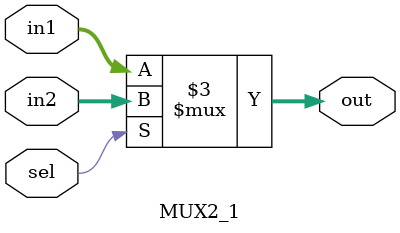
<source format=v>
`timescale 1ns / 1ps

module MUX2_1(in1, in2, out, sel);
    input [31:0] in1, in2;
    input sel;
    output reg [31:0] out;

    always @ (*) begin
        if (sel) begin
            out = in2;
        end
        else begin
            out = in1;
        end
    end
    
endmodule

</source>
